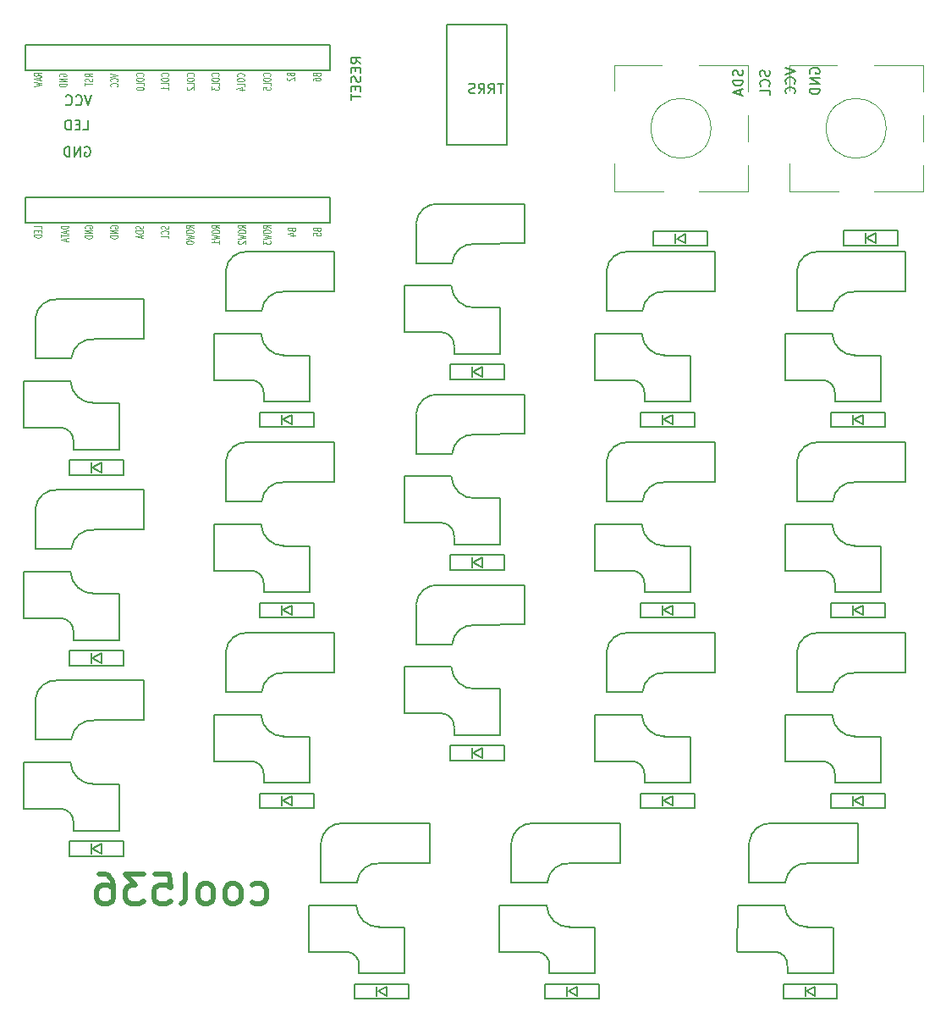
<source format=gbo>
G04 #@! TF.GenerationSoftware,KiCad,Pcbnew,(5.1.6-0-10_14)*
G04 #@! TF.CreationDate,2023-01-09T17:34:33+09:00*
G04 #@! TF.ProjectId,cool536v130,636f6f6c-3533-4367-9631-33302e6b6963,rev?*
G04 #@! TF.SameCoordinates,Original*
G04 #@! TF.FileFunction,Legend,Bot*
G04 #@! TF.FilePolarity,Positive*
%FSLAX46Y46*%
G04 Gerber Fmt 4.6, Leading zero omitted, Abs format (unit mm)*
G04 Created by KiCad (PCBNEW (5.1.6-0-10_14)) date 2023-01-09 17:34:33*
%MOMM*%
%LPD*%
G01*
G04 APERTURE LIST*
%ADD10C,0.150000*%
%ADD11C,0.500000*%
%ADD12C,0.120000*%
%ADD13C,0.125000*%
G04 APERTURE END LIST*
D10*
X120980000Y-38908095D02*
X120932380Y-38812857D01*
X120932380Y-38670000D01*
X120980000Y-38527142D01*
X121075238Y-38431904D01*
X121170476Y-38384285D01*
X121360952Y-38336666D01*
X121503809Y-38336666D01*
X121694285Y-38384285D01*
X121789523Y-38431904D01*
X121884761Y-38527142D01*
X121932380Y-38670000D01*
X121932380Y-38765238D01*
X121884761Y-38908095D01*
X121837142Y-38955714D01*
X121503809Y-38955714D01*
X121503809Y-38765238D01*
X121932380Y-39384285D02*
X120932380Y-39384285D01*
X121932380Y-39955714D01*
X120932380Y-39955714D01*
X121932380Y-40431904D02*
X120932380Y-40431904D01*
X120932380Y-40670000D01*
X120980000Y-40812857D01*
X121075238Y-40908095D01*
X121170476Y-40955714D01*
X121360952Y-41003333D01*
X121503809Y-41003333D01*
X121694285Y-40955714D01*
X121789523Y-40908095D01*
X121884761Y-40812857D01*
X121932380Y-40670000D01*
X121932380Y-40431904D01*
X118492380Y-38366666D02*
X119492380Y-38700000D01*
X118492380Y-39033333D01*
X119397142Y-39938095D02*
X119444761Y-39890476D01*
X119492380Y-39747619D01*
X119492380Y-39652380D01*
X119444761Y-39509523D01*
X119349523Y-39414285D01*
X119254285Y-39366666D01*
X119063809Y-39319047D01*
X118920952Y-39319047D01*
X118730476Y-39366666D01*
X118635238Y-39414285D01*
X118540000Y-39509523D01*
X118492380Y-39652380D01*
X118492380Y-39747619D01*
X118540000Y-39890476D01*
X118587619Y-39938095D01*
X119397142Y-40938095D02*
X119444761Y-40890476D01*
X119492380Y-40747619D01*
X119492380Y-40652380D01*
X119444761Y-40509523D01*
X119349523Y-40414285D01*
X119254285Y-40366666D01*
X119063809Y-40319047D01*
X118920952Y-40319047D01*
X118730476Y-40366666D01*
X118635238Y-40414285D01*
X118540000Y-40509523D01*
X118492380Y-40652380D01*
X118492380Y-40747619D01*
X118540000Y-40890476D01*
X118587619Y-40938095D01*
X116904761Y-38609523D02*
X116952380Y-38752380D01*
X116952380Y-38990476D01*
X116904761Y-39085714D01*
X116857142Y-39133333D01*
X116761904Y-39180952D01*
X116666666Y-39180952D01*
X116571428Y-39133333D01*
X116523809Y-39085714D01*
X116476190Y-38990476D01*
X116428571Y-38800000D01*
X116380952Y-38704761D01*
X116333333Y-38657142D01*
X116238095Y-38609523D01*
X116142857Y-38609523D01*
X116047619Y-38657142D01*
X116000000Y-38704761D01*
X115952380Y-38800000D01*
X115952380Y-39038095D01*
X116000000Y-39180952D01*
X116857142Y-40180952D02*
X116904761Y-40133333D01*
X116952380Y-39990476D01*
X116952380Y-39895238D01*
X116904761Y-39752380D01*
X116809523Y-39657142D01*
X116714285Y-39609523D01*
X116523809Y-39561904D01*
X116380952Y-39561904D01*
X116190476Y-39609523D01*
X116095238Y-39657142D01*
X116000000Y-39752380D01*
X115952380Y-39895238D01*
X115952380Y-39990476D01*
X116000000Y-40133333D01*
X116047619Y-40180952D01*
X116952380Y-41085714D02*
X116952380Y-40609523D01*
X115952380Y-40609523D01*
X114214761Y-38585714D02*
X114262380Y-38728571D01*
X114262380Y-38966666D01*
X114214761Y-39061904D01*
X114167142Y-39109523D01*
X114071904Y-39157142D01*
X113976666Y-39157142D01*
X113881428Y-39109523D01*
X113833809Y-39061904D01*
X113786190Y-38966666D01*
X113738571Y-38776190D01*
X113690952Y-38680952D01*
X113643333Y-38633333D01*
X113548095Y-38585714D01*
X113452857Y-38585714D01*
X113357619Y-38633333D01*
X113310000Y-38680952D01*
X113262380Y-38776190D01*
X113262380Y-39014285D01*
X113310000Y-39157142D01*
X114262380Y-39585714D02*
X113262380Y-39585714D01*
X113262380Y-39823809D01*
X113310000Y-39966666D01*
X113405238Y-40061904D01*
X113500476Y-40109523D01*
X113690952Y-40157142D01*
X113833809Y-40157142D01*
X114024285Y-40109523D01*
X114119523Y-40061904D01*
X114214761Y-39966666D01*
X114262380Y-39823809D01*
X114262380Y-39585714D01*
X113976666Y-40538095D02*
X113976666Y-41014285D01*
X114262380Y-40442857D02*
X113262380Y-40776190D01*
X114262380Y-41109523D01*
D11*
X65151428Y-121784285D02*
X65437142Y-121927142D01*
X66008571Y-121927142D01*
X66294285Y-121784285D01*
X66437142Y-121641428D01*
X66580000Y-121355714D01*
X66580000Y-120498571D01*
X66437142Y-120212857D01*
X66294285Y-120070000D01*
X66008571Y-119927142D01*
X65437142Y-119927142D01*
X65151428Y-120070000D01*
X63437142Y-121927142D02*
X63722857Y-121784285D01*
X63865714Y-121641428D01*
X64008571Y-121355714D01*
X64008571Y-120498571D01*
X63865714Y-120212857D01*
X63722857Y-120070000D01*
X63437142Y-119927142D01*
X63008571Y-119927142D01*
X62722857Y-120070000D01*
X62580000Y-120212857D01*
X62437142Y-120498571D01*
X62437142Y-121355714D01*
X62580000Y-121641428D01*
X62722857Y-121784285D01*
X63008571Y-121927142D01*
X63437142Y-121927142D01*
X60722857Y-121927142D02*
X61008571Y-121784285D01*
X61151428Y-121641428D01*
X61294285Y-121355714D01*
X61294285Y-120498571D01*
X61151428Y-120212857D01*
X61008571Y-120070000D01*
X60722857Y-119927142D01*
X60294285Y-119927142D01*
X60008571Y-120070000D01*
X59865714Y-120212857D01*
X59722857Y-120498571D01*
X59722857Y-121355714D01*
X59865714Y-121641428D01*
X60008571Y-121784285D01*
X60294285Y-121927142D01*
X60722857Y-121927142D01*
X58008571Y-121927142D02*
X58294285Y-121784285D01*
X58437142Y-121498571D01*
X58437142Y-118927142D01*
X55437142Y-118927142D02*
X56865714Y-118927142D01*
X57008571Y-120355714D01*
X56865714Y-120212857D01*
X56580000Y-120070000D01*
X55865714Y-120070000D01*
X55580000Y-120212857D01*
X55437142Y-120355714D01*
X55294285Y-120641428D01*
X55294285Y-121355714D01*
X55437142Y-121641428D01*
X55580000Y-121784285D01*
X55865714Y-121927142D01*
X56580000Y-121927142D01*
X56865714Y-121784285D01*
X57008571Y-121641428D01*
X54294285Y-118927142D02*
X52437142Y-118927142D01*
X53437142Y-120070000D01*
X53008571Y-120070000D01*
X52722857Y-120212857D01*
X52580000Y-120355714D01*
X52437142Y-120641428D01*
X52437142Y-121355714D01*
X52580000Y-121641428D01*
X52722857Y-121784285D01*
X53008571Y-121927142D01*
X53865714Y-121927142D01*
X54151428Y-121784285D01*
X54294285Y-121641428D01*
X49865714Y-118927142D02*
X50437142Y-118927142D01*
X50722857Y-119070000D01*
X50865714Y-119212857D01*
X51151428Y-119641428D01*
X51294285Y-120212857D01*
X51294285Y-121355714D01*
X51151428Y-121641428D01*
X51008571Y-121784285D01*
X50722857Y-121927142D01*
X50151428Y-121927142D01*
X49865714Y-121784285D01*
X49722857Y-121641428D01*
X49580000Y-121355714D01*
X49580000Y-120641428D01*
X49722857Y-120355714D01*
X49865714Y-120212857D01*
X50151428Y-120070000D01*
X50722857Y-120070000D01*
X51008571Y-120212857D01*
X51151428Y-120355714D01*
X51294285Y-120641428D01*
D10*
X81550000Y-95974000D02*
X85160000Y-95974000D01*
X81550000Y-92020000D02*
X81550000Y-95965000D01*
X92450000Y-90066000D02*
X83825000Y-90066000D01*
X92450000Y-93974000D02*
X92450000Y-90066000D01*
X92450000Y-94020000D02*
X87400000Y-94066000D01*
X89925000Y-105095000D02*
X85375000Y-105095000D01*
X89925000Y-100445000D02*
X87375000Y-100445000D01*
X85075000Y-98245000D02*
X80375000Y-98245000D01*
X84150000Y-102895000D02*
X80375000Y-102895000D01*
X89950000Y-100470000D02*
X89950000Y-105070000D01*
X80375000Y-98270000D02*
X80350000Y-102870000D01*
X85370000Y-104370000D02*
X85370000Y-105070000D01*
X81561000Y-91950000D02*
G75*
G02*
X83825000Y-90066000I2074000J-190000D01*
G01*
X85165000Y-95950000D02*
G75*
G02*
X87425000Y-94070000I2070000J-190000D01*
G01*
X85080000Y-98270000D02*
G75*
G03*
X87450000Y-100440000I2270000J100000D01*
G01*
X85370000Y-104320000D02*
G75*
G03*
X84150000Y-102900000I-1320000J100000D01*
G01*
X47270000Y-94845000D02*
X47270000Y-95545000D01*
X42275000Y-88745000D02*
X42250000Y-93345000D01*
X51850000Y-90945000D02*
X51850000Y-95545000D01*
X46050000Y-93370000D02*
X42275000Y-93370000D01*
X46975000Y-88720000D02*
X42275000Y-88720000D01*
X51825000Y-90920000D02*
X49275000Y-90920000D01*
X51825000Y-95570000D02*
X47275000Y-95570000D01*
X54350000Y-84495000D02*
X49300000Y-84541000D01*
X54350000Y-84449000D02*
X54350000Y-80541000D01*
X54350000Y-80541000D02*
X45725000Y-80541000D01*
X43450000Y-82495000D02*
X43450000Y-86440000D01*
X43450000Y-86449000D02*
X47060000Y-86449000D01*
X47270000Y-94795000D02*
G75*
G03*
X46050000Y-93375000I-1320000J100000D01*
G01*
X46980000Y-88745000D02*
G75*
G03*
X49350000Y-90915000I2270000J100000D01*
G01*
X47065000Y-86425000D02*
G75*
G02*
X49325000Y-84545000I2070000J-190000D01*
G01*
X43461000Y-82425000D02*
G75*
G02*
X45725000Y-80541000I2074000J-190000D01*
G01*
X94895000Y-128182500D02*
X94895000Y-128882500D01*
X89900000Y-122082500D02*
X89875000Y-126682500D01*
X99475000Y-124282500D02*
X99475000Y-128882500D01*
X93675000Y-126707500D02*
X89900000Y-126707500D01*
X94600000Y-122057500D02*
X89900000Y-122057500D01*
X99450000Y-124257500D02*
X96900000Y-124257500D01*
X99450000Y-128907500D02*
X94900000Y-128907500D01*
X101975000Y-117832500D02*
X96925000Y-117878500D01*
X101975000Y-117786500D02*
X101975000Y-113878500D01*
X101975000Y-113878500D02*
X93350000Y-113878500D01*
X91075000Y-115832500D02*
X91075000Y-119777500D01*
X91075000Y-119786500D02*
X94685000Y-119786500D01*
X94895000Y-128132500D02*
G75*
G03*
X93675000Y-126712500I-1320000J100000D01*
G01*
X94605000Y-122082500D02*
G75*
G03*
X96975000Y-124252500I2270000J100000D01*
G01*
X94690000Y-119762500D02*
G75*
G02*
X96950000Y-117882500I2070000J-190000D01*
G01*
X91086000Y-115762500D02*
G75*
G02*
X93350000Y-113878500I2074000J-190000D01*
G01*
X62500000Y-81686500D02*
X66110000Y-81686500D01*
X62500000Y-77732500D02*
X62500000Y-81677500D01*
X73400000Y-75778500D02*
X64775000Y-75778500D01*
X73400000Y-79686500D02*
X73400000Y-75778500D01*
X73400000Y-79732500D02*
X68350000Y-79778500D01*
X70875000Y-90807500D02*
X66325000Y-90807500D01*
X70875000Y-86157500D02*
X68325000Y-86157500D01*
X66025000Y-83957500D02*
X61325000Y-83957500D01*
X65100000Y-88607500D02*
X61325000Y-88607500D01*
X70900000Y-86182500D02*
X70900000Y-90782500D01*
X61325000Y-83982500D02*
X61300000Y-88582500D01*
X66320000Y-90082500D02*
X66320000Y-90782500D01*
X62511000Y-77662500D02*
G75*
G02*
X64775000Y-75778500I2074000J-190000D01*
G01*
X66115000Y-81662500D02*
G75*
G02*
X68375000Y-79782500I2070000J-190000D01*
G01*
X66030000Y-83982500D02*
G75*
G03*
X68400000Y-86152500I2270000J100000D01*
G01*
X66320000Y-90032500D02*
G75*
G03*
X65100000Y-88612500I-1320000J100000D01*
G01*
X71300000Y-72782499D02*
X71300000Y-74282499D01*
X65900000Y-72782499D02*
X71300000Y-72782499D01*
X65900000Y-74282499D02*
X65900000Y-72782499D01*
X71300000Y-74282499D02*
X65900000Y-74282499D01*
X68100000Y-74032499D02*
X68100000Y-73032499D01*
X69100000Y-73032499D02*
X68200000Y-73532499D01*
X69100000Y-74032499D02*
X69100000Y-73032499D01*
X68200000Y-73532499D02*
X69100000Y-74032499D01*
X123688000Y-129932500D02*
X123688000Y-131432500D01*
X118288000Y-129932500D02*
X123688000Y-129932500D01*
X118288000Y-131432500D02*
X118288000Y-129932500D01*
X123688000Y-131432500D02*
X118288000Y-131432500D01*
X120488000Y-131182500D02*
X120488000Y-130182500D01*
X121488000Y-130182500D02*
X120588000Y-130682500D01*
X121488000Y-131182500D02*
X121488000Y-130182500D01*
X120588000Y-130682500D02*
X121488000Y-131182500D01*
X110720000Y-56170000D02*
X110720000Y-54670000D01*
X105320000Y-56170000D02*
X110720000Y-56170000D01*
X105320000Y-54670000D02*
X105320000Y-56170000D01*
X110720000Y-54670000D02*
X105320000Y-54670000D01*
X107520000Y-54920000D02*
X107520000Y-55920000D01*
X108520000Y-55920000D02*
X107620000Y-55420000D01*
X108520000Y-54920000D02*
X108520000Y-55920000D01*
X107620000Y-55420000D02*
X108520000Y-54920000D01*
X128450000Y-72782499D02*
X128450000Y-74282499D01*
X123050000Y-72782499D02*
X128450000Y-72782499D01*
X123050000Y-74282499D02*
X123050000Y-72782499D01*
X128450000Y-74282499D02*
X123050000Y-74282499D01*
X125250000Y-74032499D02*
X125250000Y-73032499D01*
X126250000Y-73032499D02*
X125350000Y-73532499D01*
X126250000Y-74032499D02*
X126250000Y-73032499D01*
X125350000Y-73532499D02*
X126250000Y-74032499D01*
X84600000Y-34070000D02*
X90600000Y-34070000D01*
X90600000Y-34070000D02*
X90600000Y-46070000D01*
X90600000Y-46070000D02*
X84600000Y-46070000D01*
X84600000Y-46070000D02*
X84600000Y-34070000D01*
X66320000Y-109132500D02*
X66320000Y-109832500D01*
X61325000Y-103032500D02*
X61300000Y-107632500D01*
X70900000Y-105232500D02*
X70900000Y-109832500D01*
X65100000Y-107657500D02*
X61325000Y-107657500D01*
X66025000Y-103007500D02*
X61325000Y-103007500D01*
X70875000Y-105207500D02*
X68325000Y-105207500D01*
X70875000Y-109857500D02*
X66325000Y-109857500D01*
X73400000Y-98782500D02*
X68350000Y-98828500D01*
X73400000Y-98736500D02*
X73400000Y-94828500D01*
X73400000Y-94828500D02*
X64775000Y-94828500D01*
X62500000Y-96782500D02*
X62500000Y-100727500D01*
X62500000Y-100736500D02*
X66110000Y-100736500D01*
X66320000Y-109082500D02*
G75*
G03*
X65100000Y-107662500I-1320000J100000D01*
G01*
X66030000Y-103032500D02*
G75*
G03*
X68400000Y-105202500I2270000J100000D01*
G01*
X66115000Y-100712500D02*
G75*
G02*
X68375000Y-98832500I2070000J-190000D01*
G01*
X62511000Y-96712500D02*
G75*
G02*
X64775000Y-94828500I2074000J-190000D01*
G01*
X100600000Y-100736500D02*
X104210000Y-100736500D01*
X100600000Y-96782500D02*
X100600000Y-100727500D01*
X111500000Y-94828500D02*
X102875000Y-94828500D01*
X111500000Y-98736500D02*
X111500000Y-94828500D01*
X111500000Y-98782500D02*
X106450000Y-98828500D01*
X108975000Y-109857500D02*
X104425000Y-109857500D01*
X108975000Y-105207500D02*
X106425000Y-105207500D01*
X104125000Y-103007500D02*
X99425000Y-103007500D01*
X103200000Y-107657500D02*
X99425000Y-107657500D01*
X109000000Y-105232500D02*
X109000000Y-109832500D01*
X99425000Y-103032500D02*
X99400000Y-107632500D01*
X104420000Y-109132500D02*
X104420000Y-109832500D01*
X100611000Y-96712500D02*
G75*
G02*
X102875000Y-94828500I2074000J-190000D01*
G01*
X104215000Y-100712500D02*
G75*
G02*
X106475000Y-98832500I2070000J-190000D01*
G01*
X104130000Y-103032500D02*
G75*
G03*
X106500000Y-105202500I2270000J100000D01*
G01*
X104420000Y-109082500D02*
G75*
G03*
X103200000Y-107662500I-1320000J100000D01*
G01*
X72902000Y-53870000D02*
X42422000Y-53870000D01*
X72902000Y-51330000D02*
X72902000Y-53870000D01*
X42422000Y-51330000D02*
X72902000Y-51330000D01*
X42422000Y-53870000D02*
X42422000Y-51330000D01*
X72902000Y-38630000D02*
X42422000Y-38630000D01*
X72902000Y-36090000D02*
X72902000Y-38630000D01*
X42422000Y-36090000D02*
X72902000Y-36090000D01*
X42422000Y-38630000D02*
X42422000Y-36090000D01*
X52250000Y-77545000D02*
X52250000Y-79045000D01*
X46850000Y-77545000D02*
X52250000Y-77545000D01*
X46850000Y-79045000D02*
X46850000Y-77545000D01*
X52250000Y-79045000D02*
X46850000Y-79045000D01*
X49050000Y-78795000D02*
X49050000Y-77795000D01*
X50050000Y-77795000D02*
X49150000Y-78295000D01*
X50050000Y-78795000D02*
X50050000Y-77795000D01*
X49150000Y-78295000D02*
X50050000Y-78795000D01*
X114888000Y-119786500D02*
X118498000Y-119786500D01*
X114888000Y-115832500D02*
X114888000Y-119777500D01*
X125788000Y-113878500D02*
X117163000Y-113878500D01*
X125788000Y-117786500D02*
X125788000Y-113878500D01*
X125788000Y-117832500D02*
X120738000Y-117878500D01*
X123263000Y-128907500D02*
X118713000Y-128907500D01*
X123263000Y-124257500D02*
X120713000Y-124257500D01*
X118413000Y-122057500D02*
X113713000Y-122057500D01*
X117488000Y-126707500D02*
X113713000Y-126707500D01*
X123288000Y-124282500D02*
X123288000Y-128882500D01*
X113713000Y-122082500D02*
X113688000Y-126682500D01*
X118708000Y-128182500D02*
X118708000Y-128882500D01*
X114899000Y-115762500D02*
G75*
G02*
X117163000Y-113878500I2074000J-190000D01*
G01*
X118503000Y-119762500D02*
G75*
G02*
X120763000Y-117882500I2070000J-190000D01*
G01*
X118418000Y-122082500D02*
G75*
G03*
X120788000Y-124252500I2270000J100000D01*
G01*
X118708000Y-128132500D02*
G75*
G03*
X117488000Y-126712500I-1320000J100000D01*
G01*
X119650000Y-62636499D02*
X123260000Y-62636499D01*
X119650000Y-58682499D02*
X119650000Y-62627499D01*
X130550000Y-56728499D02*
X121925000Y-56728499D01*
X130550000Y-60636499D02*
X130550000Y-56728499D01*
X130550000Y-60682499D02*
X125500000Y-60728499D01*
X128025000Y-71757499D02*
X123475000Y-71757499D01*
X128025000Y-67107499D02*
X125475000Y-67107499D01*
X123175000Y-64907499D02*
X118475000Y-64907499D01*
X122250000Y-69557499D02*
X118475000Y-69557499D01*
X128050000Y-67132499D02*
X128050000Y-71732499D01*
X118475000Y-64932499D02*
X118450000Y-69532499D01*
X123470000Y-71032499D02*
X123470000Y-71732499D01*
X119661000Y-58612499D02*
G75*
G02*
X121925000Y-56728499I2074000J-190000D01*
G01*
X123265000Y-62612499D02*
G75*
G02*
X125525000Y-60732499I2070000J-190000D01*
G01*
X123180000Y-64932499D02*
G75*
G03*
X125550000Y-67102499I2270000J100000D01*
G01*
X123470000Y-70982499D02*
G75*
G03*
X122250000Y-69562499I-1320000J100000D01*
G01*
D12*
X114760000Y-43110000D02*
X114760000Y-45710000D01*
X114760000Y-50710000D02*
X109860000Y-50710000D01*
X114760000Y-48110000D02*
X114760000Y-50710000D01*
X114760000Y-38110000D02*
X114760000Y-40710000D01*
X109860000Y-38110000D02*
X114760000Y-38110000D01*
X106160000Y-38110000D02*
X101360000Y-38110000D01*
X101360000Y-38110000D02*
X101360000Y-40610000D01*
X111060000Y-44410000D02*
G75*
G03*
X111060000Y-44410000I-3000000J0D01*
G01*
X106260000Y-50710000D02*
X101360000Y-50710000D01*
X101360000Y-50710000D02*
X101360000Y-47910000D01*
D10*
X104420000Y-71032499D02*
X104420000Y-71732499D01*
X99425000Y-64932499D02*
X99400000Y-69532499D01*
X109000000Y-67132499D02*
X109000000Y-71732499D01*
X103200000Y-69557499D02*
X99425000Y-69557499D01*
X104125000Y-64907499D02*
X99425000Y-64907499D01*
X108975000Y-67107499D02*
X106425000Y-67107499D01*
X108975000Y-71757499D02*
X104425000Y-71757499D01*
X111500000Y-60682499D02*
X106450000Y-60728499D01*
X111500000Y-60636499D02*
X111500000Y-56728499D01*
X111500000Y-56728499D02*
X102875000Y-56728499D01*
X100600000Y-58682499D02*
X100600000Y-62627499D01*
X100600000Y-62636499D02*
X104210000Y-62636499D01*
X104420000Y-70982499D02*
G75*
G03*
X103200000Y-69562499I-1320000J100000D01*
G01*
X104130000Y-64932499D02*
G75*
G03*
X106500000Y-67102499I2270000J100000D01*
G01*
X104215000Y-62612499D02*
G75*
G02*
X106475000Y-60732499I2070000J-190000D01*
G01*
X100611000Y-58612499D02*
G75*
G02*
X102875000Y-56728499I2074000J-190000D01*
G01*
X47270000Y-75795000D02*
X47270000Y-76495000D01*
X42275000Y-69695000D02*
X42250000Y-74295000D01*
X51850000Y-71895000D02*
X51850000Y-76495000D01*
X46050000Y-74320000D02*
X42275000Y-74320000D01*
X46975000Y-69670000D02*
X42275000Y-69670000D01*
X51825000Y-71870000D02*
X49275000Y-71870000D01*
X51825000Y-76520000D02*
X47275000Y-76520000D01*
X54350000Y-65445000D02*
X49300000Y-65491000D01*
X54350000Y-65399000D02*
X54350000Y-61491000D01*
X54350000Y-61491000D02*
X45725000Y-61491000D01*
X43450000Y-63445000D02*
X43450000Y-67390000D01*
X43450000Y-67399000D02*
X47060000Y-67399000D01*
X47270000Y-75745000D02*
G75*
G03*
X46050000Y-74325000I-1320000J100000D01*
G01*
X46980000Y-69695000D02*
G75*
G03*
X49350000Y-71865000I2270000J100000D01*
G01*
X47065000Y-67375000D02*
G75*
G02*
X49325000Y-65495000I2070000J-190000D01*
G01*
X43461000Y-63375000D02*
G75*
G02*
X45725000Y-61491000I2074000J-190000D01*
G01*
X99875000Y-129932500D02*
X99875000Y-131432500D01*
X94475000Y-129932500D02*
X99875000Y-129932500D01*
X94475000Y-131432500D02*
X94475000Y-129932500D01*
X99875000Y-131432500D02*
X94475000Y-131432500D01*
X96675000Y-131182500D02*
X96675000Y-130182500D01*
X97675000Y-130182500D02*
X96775000Y-130682500D01*
X97675000Y-131182500D02*
X97675000Y-130182500D01*
X96775000Y-130682500D02*
X97675000Y-131182500D01*
X100600000Y-81686500D02*
X104210000Y-81686500D01*
X100600000Y-77732500D02*
X100600000Y-81677500D01*
X111500000Y-75778500D02*
X102875000Y-75778500D01*
X111500000Y-79686500D02*
X111500000Y-75778500D01*
X111500000Y-79732500D02*
X106450000Y-79778500D01*
X108975000Y-90807500D02*
X104425000Y-90807500D01*
X108975000Y-86157500D02*
X106425000Y-86157500D01*
X104125000Y-83957500D02*
X99425000Y-83957500D01*
X103200000Y-88607500D02*
X99425000Y-88607500D01*
X109000000Y-86182500D02*
X109000000Y-90782500D01*
X99425000Y-83982500D02*
X99400000Y-88582500D01*
X104420000Y-90082500D02*
X104420000Y-90782500D01*
X100611000Y-77662500D02*
G75*
G02*
X102875000Y-75778500I2074000J-190000D01*
G01*
X104215000Y-81662500D02*
G75*
G02*
X106475000Y-79782500I2070000J-190000D01*
G01*
X104130000Y-83982500D02*
G75*
G03*
X106500000Y-86152500I2270000J100000D01*
G01*
X104420000Y-90032500D02*
G75*
G03*
X103200000Y-88612500I-1320000J100000D01*
G01*
X90350000Y-87070000D02*
X90350000Y-88570000D01*
X84950000Y-87070000D02*
X90350000Y-87070000D01*
X84950000Y-88570000D02*
X84950000Y-87070000D01*
X90350000Y-88570000D02*
X84950000Y-88570000D01*
X87150000Y-88320000D02*
X87150000Y-87320000D01*
X88150000Y-87320000D02*
X87250000Y-87820000D01*
X88150000Y-88320000D02*
X88150000Y-87320000D01*
X87250000Y-87820000D02*
X88150000Y-88320000D01*
X80825000Y-129932500D02*
X80825000Y-131432500D01*
X75425000Y-129932500D02*
X80825000Y-129932500D01*
X75425000Y-131432500D02*
X75425000Y-129932500D01*
X80825000Y-131432500D02*
X75425000Y-131432500D01*
X77625000Y-131182500D02*
X77625000Y-130182500D01*
X78625000Y-130182500D02*
X77725000Y-130682500D01*
X78625000Y-131182500D02*
X78625000Y-130182500D01*
X77725000Y-130682500D02*
X78625000Y-131182500D01*
X66320000Y-71032499D02*
X66320000Y-71732499D01*
X61325000Y-64932499D02*
X61300000Y-69532499D01*
X70900000Y-67132499D02*
X70900000Y-71732499D01*
X65100000Y-69557499D02*
X61325000Y-69557499D01*
X66025000Y-64907499D02*
X61325000Y-64907499D01*
X70875000Y-67107499D02*
X68325000Y-67107499D01*
X70875000Y-71757499D02*
X66325000Y-71757499D01*
X73400000Y-60682499D02*
X68350000Y-60728499D01*
X73400000Y-60636499D02*
X73400000Y-56728499D01*
X73400000Y-56728499D02*
X64775000Y-56728499D01*
X62500000Y-58682499D02*
X62500000Y-62627499D01*
X62500000Y-62636499D02*
X66110000Y-62636499D01*
X66320000Y-70982499D02*
G75*
G03*
X65100000Y-69562499I-1320000J100000D01*
G01*
X66030000Y-64932499D02*
G75*
G03*
X68400000Y-67102499I2270000J100000D01*
G01*
X66115000Y-62612499D02*
G75*
G02*
X68375000Y-60732499I2070000J-190000D01*
G01*
X62511000Y-58612499D02*
G75*
G02*
X64775000Y-56728499I2074000J-190000D01*
G01*
X43450000Y-105499000D02*
X47060000Y-105499000D01*
X43450000Y-101545000D02*
X43450000Y-105490000D01*
X54350000Y-99591000D02*
X45725000Y-99591000D01*
X54350000Y-103499000D02*
X54350000Y-99591000D01*
X54350000Y-103545000D02*
X49300000Y-103591000D01*
X51825000Y-114620000D02*
X47275000Y-114620000D01*
X51825000Y-109970000D02*
X49275000Y-109970000D01*
X46975000Y-107770000D02*
X42275000Y-107770000D01*
X46050000Y-112420000D02*
X42275000Y-112420000D01*
X51850000Y-109995000D02*
X51850000Y-114595000D01*
X42275000Y-107795000D02*
X42250000Y-112395000D01*
X47270000Y-113895000D02*
X47270000Y-114595000D01*
X43461000Y-101475000D02*
G75*
G02*
X45725000Y-99591000I2074000J-190000D01*
G01*
X47065000Y-105475000D02*
G75*
G02*
X49325000Y-103595000I2070000J-190000D01*
G01*
X46980000Y-107795000D02*
G75*
G03*
X49350000Y-109965000I2270000J100000D01*
G01*
X47270000Y-113845000D02*
G75*
G03*
X46050000Y-112425000I-1320000J100000D01*
G01*
X128450000Y-110882500D02*
X128450000Y-112382500D01*
X123050000Y-110882500D02*
X128450000Y-110882500D01*
X123050000Y-112382500D02*
X123050000Y-110882500D01*
X128450000Y-112382500D02*
X123050000Y-112382500D01*
X125250000Y-112132500D02*
X125250000Y-111132500D01*
X126250000Y-111132500D02*
X125350000Y-111632500D01*
X126250000Y-112132500D02*
X126250000Y-111132500D01*
X125350000Y-111632500D02*
X126250000Y-112132500D01*
X81550000Y-76924000D02*
X85160000Y-76924000D01*
X81550000Y-72970000D02*
X81550000Y-76915000D01*
X92450000Y-71016000D02*
X83825000Y-71016000D01*
X92450000Y-74924000D02*
X92450000Y-71016000D01*
X92450000Y-74970000D02*
X87400000Y-75016000D01*
X89925000Y-86045000D02*
X85375000Y-86045000D01*
X89925000Y-81395000D02*
X87375000Y-81395000D01*
X85075000Y-79195000D02*
X80375000Y-79195000D01*
X84150000Y-83845000D02*
X80375000Y-83845000D01*
X89950000Y-81420000D02*
X89950000Y-86020000D01*
X80375000Y-79220000D02*
X80350000Y-83820000D01*
X85370000Y-85320000D02*
X85370000Y-86020000D01*
X81561000Y-72900000D02*
G75*
G02*
X83825000Y-71016000I2074000J-190000D01*
G01*
X85165000Y-76900000D02*
G75*
G02*
X87425000Y-75020000I2070000J-190000D01*
G01*
X85080000Y-79220000D02*
G75*
G03*
X87450000Y-81390000I2270000J100000D01*
G01*
X85370000Y-85270000D02*
G75*
G03*
X84150000Y-83850000I-1320000J100000D01*
G01*
X109400000Y-110882500D02*
X109400000Y-112382500D01*
X104000000Y-110882500D02*
X109400000Y-110882500D01*
X104000000Y-112382500D02*
X104000000Y-110882500D01*
X109400000Y-112382500D02*
X104000000Y-112382500D01*
X106200000Y-112132500D02*
X106200000Y-111132500D01*
X107200000Y-111132500D02*
X106300000Y-111632500D01*
X107200000Y-112132500D02*
X107200000Y-111132500D01*
X106300000Y-111632500D02*
X107200000Y-112132500D01*
D12*
X118890000Y-50710000D02*
X118890000Y-47910000D01*
X123790000Y-50710000D02*
X118890000Y-50710000D01*
X132290000Y-50710000D02*
X127390000Y-50710000D01*
X132290000Y-48110000D02*
X132290000Y-50710000D01*
X132290000Y-43110000D02*
X132290000Y-45710000D01*
X132290000Y-38110000D02*
X132290000Y-40710000D01*
X127390000Y-38110000D02*
X132290000Y-38110000D01*
X123690000Y-38110000D02*
X118890000Y-38110000D01*
X118890000Y-38110000D02*
X118890000Y-40610000D01*
X128590000Y-44410000D02*
G75*
G03*
X128590000Y-44410000I-3000000J0D01*
G01*
D10*
X119650000Y-81686500D02*
X123260000Y-81686500D01*
X119650000Y-77732500D02*
X119650000Y-81677500D01*
X130550000Y-75778500D02*
X121925000Y-75778500D01*
X130550000Y-79686500D02*
X130550000Y-75778500D01*
X130550000Y-79732500D02*
X125500000Y-79778500D01*
X128025000Y-90807500D02*
X123475000Y-90807500D01*
X128025000Y-86157500D02*
X125475000Y-86157500D01*
X123175000Y-83957500D02*
X118475000Y-83957500D01*
X122250000Y-88607500D02*
X118475000Y-88607500D01*
X128050000Y-86182500D02*
X128050000Y-90782500D01*
X118475000Y-83982500D02*
X118450000Y-88582500D01*
X123470000Y-90082500D02*
X123470000Y-90782500D01*
X119661000Y-77662500D02*
G75*
G02*
X121925000Y-75778500I2074000J-190000D01*
G01*
X123265000Y-81662500D02*
G75*
G02*
X125525000Y-79782500I2070000J-190000D01*
G01*
X123180000Y-83982500D02*
G75*
G03*
X125550000Y-86152500I2270000J100000D01*
G01*
X123470000Y-90032500D02*
G75*
G03*
X122250000Y-88612500I-1320000J100000D01*
G01*
X71300000Y-91832500D02*
X71300000Y-93332500D01*
X65900000Y-91832500D02*
X71300000Y-91832500D01*
X65900000Y-93332500D02*
X65900000Y-91832500D01*
X71300000Y-93332500D02*
X65900000Y-93332500D01*
X68100000Y-93082500D02*
X68100000Y-92082500D01*
X69100000Y-92082500D02*
X68200000Y-92582500D01*
X69100000Y-93082500D02*
X69100000Y-92082500D01*
X68200000Y-92582500D02*
X69100000Y-93082500D01*
X75845000Y-128182500D02*
X75845000Y-128882500D01*
X70850000Y-122082500D02*
X70825000Y-126682500D01*
X80425000Y-124282500D02*
X80425000Y-128882500D01*
X74625000Y-126707500D02*
X70850000Y-126707500D01*
X75550000Y-122057500D02*
X70850000Y-122057500D01*
X80400000Y-124257500D02*
X77850000Y-124257500D01*
X80400000Y-128907500D02*
X75850000Y-128907500D01*
X82925000Y-117832500D02*
X77875000Y-117878500D01*
X82925000Y-117786500D02*
X82925000Y-113878500D01*
X82925000Y-113878500D02*
X74300000Y-113878500D01*
X72025000Y-115832500D02*
X72025000Y-119777500D01*
X72025000Y-119786500D02*
X75635000Y-119786500D01*
X75845000Y-128132500D02*
G75*
G03*
X74625000Y-126712500I-1320000J100000D01*
G01*
X75555000Y-122082500D02*
G75*
G03*
X77925000Y-124252500I2270000J100000D01*
G01*
X75640000Y-119762500D02*
G75*
G02*
X77900000Y-117882500I2070000J-190000D01*
G01*
X72036000Y-115762500D02*
G75*
G02*
X74300000Y-113878500I2074000J-190000D01*
G01*
X119650000Y-100736500D02*
X123260000Y-100736500D01*
X119650000Y-96782500D02*
X119650000Y-100727500D01*
X130550000Y-94828500D02*
X121925000Y-94828500D01*
X130550000Y-98736500D02*
X130550000Y-94828500D01*
X130550000Y-98782500D02*
X125500000Y-98828500D01*
X128025000Y-109857500D02*
X123475000Y-109857500D01*
X128025000Y-105207500D02*
X125475000Y-105207500D01*
X123175000Y-103007500D02*
X118475000Y-103007500D01*
X122250000Y-107657500D02*
X118475000Y-107657500D01*
X128050000Y-105232500D02*
X128050000Y-109832500D01*
X118475000Y-103032500D02*
X118450000Y-107632500D01*
X123470000Y-109132500D02*
X123470000Y-109832500D01*
X119661000Y-96712500D02*
G75*
G02*
X121925000Y-94828500I2074000J-190000D01*
G01*
X123265000Y-100712500D02*
G75*
G02*
X125525000Y-98832500I2070000J-190000D01*
G01*
X123180000Y-103032500D02*
G75*
G03*
X125550000Y-105202500I2270000J100000D01*
G01*
X123470000Y-109082500D02*
G75*
G03*
X122250000Y-107662500I-1320000J100000D01*
G01*
X52250000Y-115645000D02*
X52250000Y-117145000D01*
X46850000Y-115645000D02*
X52250000Y-115645000D01*
X46850000Y-117145000D02*
X46850000Y-115645000D01*
X52250000Y-117145000D02*
X46850000Y-117145000D01*
X49050000Y-116895000D02*
X49050000Y-115895000D01*
X50050000Y-115895000D02*
X49150000Y-116395000D01*
X50050000Y-116895000D02*
X50050000Y-115895000D01*
X49150000Y-116395000D02*
X50050000Y-116895000D01*
X90350000Y-68020000D02*
X90350000Y-69520000D01*
X84950000Y-68020000D02*
X90350000Y-68020000D01*
X84950000Y-69520000D02*
X84950000Y-68020000D01*
X90350000Y-69520000D02*
X84950000Y-69520000D01*
X87150000Y-69270000D02*
X87150000Y-68270000D01*
X88150000Y-68270000D02*
X87250000Y-68770000D01*
X88150000Y-69270000D02*
X88150000Y-68270000D01*
X87250000Y-68770000D02*
X88150000Y-69270000D01*
X109400000Y-72782499D02*
X109400000Y-74282499D01*
X104000000Y-72782499D02*
X109400000Y-72782499D01*
X104000000Y-74282499D02*
X104000000Y-72782499D01*
X109400000Y-74282499D02*
X104000000Y-74282499D01*
X106200000Y-74032499D02*
X106200000Y-73032499D01*
X107200000Y-73032499D02*
X106300000Y-73532499D01*
X107200000Y-74032499D02*
X107200000Y-73032499D01*
X106300000Y-73532499D02*
X107200000Y-74032499D01*
X52250000Y-96595000D02*
X52250000Y-98095000D01*
X46850000Y-96595000D02*
X52250000Y-96595000D01*
X46850000Y-98095000D02*
X46850000Y-96595000D01*
X52250000Y-98095000D02*
X46850000Y-98095000D01*
X49050000Y-97845000D02*
X49050000Y-96845000D01*
X50050000Y-96845000D02*
X49150000Y-97345000D01*
X50050000Y-97845000D02*
X50050000Y-96845000D01*
X49150000Y-97345000D02*
X50050000Y-97845000D01*
X71300000Y-110882500D02*
X71300000Y-112382500D01*
X65900000Y-110882500D02*
X71300000Y-110882500D01*
X65900000Y-112382500D02*
X65900000Y-110882500D01*
X71300000Y-112382500D02*
X65900000Y-112382500D01*
X68100000Y-112132500D02*
X68100000Y-111132500D01*
X69100000Y-111132500D02*
X68200000Y-111632500D01*
X69100000Y-112132500D02*
X69100000Y-111132500D01*
X68200000Y-111632500D02*
X69100000Y-112132500D01*
X90350000Y-106120000D02*
X90350000Y-107620000D01*
X84950000Y-106120000D02*
X90350000Y-106120000D01*
X84950000Y-107620000D02*
X84950000Y-106120000D01*
X90350000Y-107620000D02*
X84950000Y-107620000D01*
X87150000Y-107370000D02*
X87150000Y-106370000D01*
X88150000Y-106370000D02*
X87250000Y-106870000D01*
X88150000Y-107370000D02*
X88150000Y-106370000D01*
X87250000Y-106870000D02*
X88150000Y-107370000D01*
X85370000Y-66270000D02*
X85370000Y-66970000D01*
X80375000Y-60170000D02*
X80350000Y-64770000D01*
X89950000Y-62370000D02*
X89950000Y-66970000D01*
X84150000Y-64795000D02*
X80375000Y-64795000D01*
X85075000Y-60145000D02*
X80375000Y-60145000D01*
X89925000Y-62345000D02*
X87375000Y-62345000D01*
X89925000Y-66995000D02*
X85375000Y-66995000D01*
X92450000Y-55920000D02*
X87400000Y-55966000D01*
X92450000Y-55874000D02*
X92450000Y-51966000D01*
X92450000Y-51966000D02*
X83825000Y-51966000D01*
X81550000Y-53920000D02*
X81550000Y-57865000D01*
X81550000Y-57874000D02*
X85160000Y-57874000D01*
X85370000Y-66220000D02*
G75*
G03*
X84150000Y-64800000I-1320000J100000D01*
G01*
X85080000Y-60170000D02*
G75*
G03*
X87450000Y-62340000I2270000J100000D01*
G01*
X85165000Y-57850000D02*
G75*
G02*
X87425000Y-55970000I2070000J-190000D01*
G01*
X81561000Y-53850000D02*
G75*
G02*
X83825000Y-51966000I2074000J-190000D01*
G01*
X109400000Y-91832500D02*
X109400000Y-93332500D01*
X104000000Y-91832500D02*
X109400000Y-91832500D01*
X104000000Y-93332500D02*
X104000000Y-91832500D01*
X109400000Y-93332500D02*
X104000000Y-93332500D01*
X106200000Y-93082500D02*
X106200000Y-92082500D01*
X107200000Y-92082500D02*
X106300000Y-92582500D01*
X107200000Y-93082500D02*
X107200000Y-92082500D01*
X106300000Y-92582500D02*
X107200000Y-93082500D01*
X128450000Y-91832500D02*
X128450000Y-93332500D01*
X123050000Y-91832500D02*
X128450000Y-91832500D01*
X123050000Y-93332500D02*
X123050000Y-91832500D01*
X128450000Y-93332500D02*
X123050000Y-93332500D01*
X125250000Y-93082500D02*
X125250000Y-92082500D01*
X126250000Y-92082500D02*
X125350000Y-92582500D01*
X126250000Y-93082500D02*
X126250000Y-92082500D01*
X125350000Y-92582500D02*
X126250000Y-93082500D01*
X129760000Y-56150000D02*
X129760000Y-54650000D01*
X124360000Y-56150000D02*
X129760000Y-56150000D01*
X124360000Y-54650000D02*
X124360000Y-56150000D01*
X129760000Y-54650000D02*
X124360000Y-54650000D01*
X126560000Y-54900000D02*
X126560000Y-55900000D01*
X127560000Y-55900000D02*
X126660000Y-55400000D01*
X127560000Y-54900000D02*
X127560000Y-55900000D01*
X126660000Y-55400000D02*
X127560000Y-54900000D01*
X76022380Y-37937619D02*
X75546190Y-37604285D01*
X76022380Y-37366190D02*
X75022380Y-37366190D01*
X75022380Y-37747142D01*
X75070000Y-37842380D01*
X75117619Y-37890000D01*
X75212857Y-37937619D01*
X75355714Y-37937619D01*
X75450952Y-37890000D01*
X75498571Y-37842380D01*
X75546190Y-37747142D01*
X75546190Y-37366190D01*
X75498571Y-38366190D02*
X75498571Y-38699523D01*
X76022380Y-38842380D02*
X76022380Y-38366190D01*
X75022380Y-38366190D01*
X75022380Y-38842380D01*
X75974761Y-39223333D02*
X76022380Y-39366190D01*
X76022380Y-39604285D01*
X75974761Y-39699523D01*
X75927142Y-39747142D01*
X75831904Y-39794761D01*
X75736666Y-39794761D01*
X75641428Y-39747142D01*
X75593809Y-39699523D01*
X75546190Y-39604285D01*
X75498571Y-39413809D01*
X75450952Y-39318571D01*
X75403333Y-39270952D01*
X75308095Y-39223333D01*
X75212857Y-39223333D01*
X75117619Y-39270952D01*
X75070000Y-39318571D01*
X75022380Y-39413809D01*
X75022380Y-39651904D01*
X75070000Y-39794761D01*
X75498571Y-40223333D02*
X75498571Y-40556666D01*
X76022380Y-40699523D02*
X76022380Y-40223333D01*
X75022380Y-40223333D01*
X75022380Y-40699523D01*
X75022380Y-40985238D02*
X75022380Y-41556666D01*
X76022380Y-41270952D02*
X75022380Y-41270952D01*
X90286404Y-39935880D02*
X89714976Y-39935880D01*
X90000690Y-40935880D02*
X90000690Y-39935880D01*
X88810214Y-40935880D02*
X89143547Y-40459690D01*
X89381642Y-40935880D02*
X89381642Y-39935880D01*
X89000690Y-39935880D01*
X88905452Y-39983500D01*
X88857833Y-40031119D01*
X88810214Y-40126357D01*
X88810214Y-40269214D01*
X88857833Y-40364452D01*
X88905452Y-40412071D01*
X89000690Y-40459690D01*
X89381642Y-40459690D01*
X87810214Y-40935880D02*
X88143547Y-40459690D01*
X88381642Y-40935880D02*
X88381642Y-39935880D01*
X88000690Y-39935880D01*
X87905452Y-39983500D01*
X87857833Y-40031119D01*
X87810214Y-40126357D01*
X87810214Y-40269214D01*
X87857833Y-40364452D01*
X87905452Y-40412071D01*
X88000690Y-40459690D01*
X88381642Y-40459690D01*
X87429261Y-40888261D02*
X87286404Y-40935880D01*
X87048309Y-40935880D01*
X86953071Y-40888261D01*
X86905452Y-40840642D01*
X86857833Y-40745404D01*
X86857833Y-40650166D01*
X86905452Y-40554928D01*
X86953071Y-40507309D01*
X87048309Y-40459690D01*
X87238785Y-40412071D01*
X87334023Y-40364452D01*
X87381642Y-40316833D01*
X87429261Y-40221595D01*
X87429261Y-40126357D01*
X87381642Y-40031119D01*
X87334023Y-39983500D01*
X87238785Y-39935880D01*
X87000690Y-39935880D01*
X86857833Y-39983500D01*
D13*
X61874785Y-54379047D02*
X61517642Y-54212380D01*
X61874785Y-54093333D02*
X61124785Y-54093333D01*
X61124785Y-54283809D01*
X61160500Y-54331428D01*
X61196214Y-54355238D01*
X61267642Y-54379047D01*
X61374785Y-54379047D01*
X61446214Y-54355238D01*
X61481928Y-54331428D01*
X61517642Y-54283809D01*
X61517642Y-54093333D01*
X61124785Y-54688571D02*
X61124785Y-54783809D01*
X61160500Y-54831428D01*
X61231928Y-54879047D01*
X61374785Y-54902857D01*
X61624785Y-54902857D01*
X61767642Y-54879047D01*
X61839071Y-54831428D01*
X61874785Y-54783809D01*
X61874785Y-54688571D01*
X61839071Y-54640952D01*
X61767642Y-54593333D01*
X61624785Y-54569523D01*
X61374785Y-54569523D01*
X61231928Y-54593333D01*
X61160500Y-54640952D01*
X61124785Y-54688571D01*
X61124785Y-55069523D02*
X61874785Y-55188571D01*
X61339071Y-55283809D01*
X61874785Y-55379047D01*
X61124785Y-55498095D01*
X61874785Y-55950476D02*
X61874785Y-55664761D01*
X61874785Y-55807619D02*
X61124785Y-55807619D01*
X61231928Y-55760000D01*
X61303357Y-55712380D01*
X61339071Y-55664761D01*
X64279857Y-39212380D02*
X64315571Y-39188571D01*
X64351285Y-39117142D01*
X64351285Y-39069523D01*
X64315571Y-38998095D01*
X64244142Y-38950476D01*
X64172714Y-38926666D01*
X64029857Y-38902857D01*
X63922714Y-38902857D01*
X63779857Y-38926666D01*
X63708428Y-38950476D01*
X63637000Y-38998095D01*
X63601285Y-39069523D01*
X63601285Y-39117142D01*
X63637000Y-39188571D01*
X63672714Y-39212380D01*
X63601285Y-39521904D02*
X63601285Y-39617142D01*
X63637000Y-39664761D01*
X63708428Y-39712380D01*
X63851285Y-39736190D01*
X64101285Y-39736190D01*
X64244142Y-39712380D01*
X64315571Y-39664761D01*
X64351285Y-39617142D01*
X64351285Y-39521904D01*
X64315571Y-39474285D01*
X64244142Y-39426666D01*
X64101285Y-39402857D01*
X63851285Y-39402857D01*
X63708428Y-39426666D01*
X63637000Y-39474285D01*
X63601285Y-39521904D01*
X64351285Y-40188571D02*
X64351285Y-39950476D01*
X63601285Y-39950476D01*
X63851285Y-40569523D02*
X64351285Y-40569523D01*
X63565571Y-40450476D02*
X64101285Y-40331428D01*
X64101285Y-40640952D01*
X64478285Y-54379047D02*
X64121142Y-54212380D01*
X64478285Y-54093333D02*
X63728285Y-54093333D01*
X63728285Y-54283809D01*
X63764000Y-54331428D01*
X63799714Y-54355238D01*
X63871142Y-54379047D01*
X63978285Y-54379047D01*
X64049714Y-54355238D01*
X64085428Y-54331428D01*
X64121142Y-54283809D01*
X64121142Y-54093333D01*
X63728285Y-54688571D02*
X63728285Y-54783809D01*
X63764000Y-54831428D01*
X63835428Y-54879047D01*
X63978285Y-54902857D01*
X64228285Y-54902857D01*
X64371142Y-54879047D01*
X64442571Y-54831428D01*
X64478285Y-54783809D01*
X64478285Y-54688571D01*
X64442571Y-54640952D01*
X64371142Y-54593333D01*
X64228285Y-54569523D01*
X63978285Y-54569523D01*
X63835428Y-54593333D01*
X63764000Y-54640952D01*
X63728285Y-54688571D01*
X63728285Y-55069523D02*
X64478285Y-55188571D01*
X63942571Y-55283809D01*
X64478285Y-55379047D01*
X63728285Y-55498095D01*
X63799714Y-55664761D02*
X63764000Y-55688571D01*
X63728285Y-55736190D01*
X63728285Y-55855238D01*
X63764000Y-55902857D01*
X63799714Y-55926666D01*
X63871142Y-55950476D01*
X63942571Y-55950476D01*
X64049714Y-55926666D01*
X64478285Y-55640952D01*
X64478285Y-55950476D01*
X66917857Y-39162380D02*
X66953571Y-39138571D01*
X66989285Y-39067142D01*
X66989285Y-39019523D01*
X66953571Y-38948095D01*
X66882142Y-38900476D01*
X66810714Y-38876666D01*
X66667857Y-38852857D01*
X66560714Y-38852857D01*
X66417857Y-38876666D01*
X66346428Y-38900476D01*
X66275000Y-38948095D01*
X66239285Y-39019523D01*
X66239285Y-39067142D01*
X66275000Y-39138571D01*
X66310714Y-39162380D01*
X66239285Y-39471904D02*
X66239285Y-39567142D01*
X66275000Y-39614761D01*
X66346428Y-39662380D01*
X66489285Y-39686190D01*
X66739285Y-39686190D01*
X66882142Y-39662380D01*
X66953571Y-39614761D01*
X66989285Y-39567142D01*
X66989285Y-39471904D01*
X66953571Y-39424285D01*
X66882142Y-39376666D01*
X66739285Y-39352857D01*
X66489285Y-39352857D01*
X66346428Y-39376666D01*
X66275000Y-39424285D01*
X66239285Y-39471904D01*
X66989285Y-40138571D02*
X66989285Y-39900476D01*
X66239285Y-39900476D01*
X66239285Y-40543333D02*
X66239285Y-40305238D01*
X66596428Y-40281428D01*
X66560714Y-40305238D01*
X66525000Y-40352857D01*
X66525000Y-40471904D01*
X66560714Y-40519523D01*
X66596428Y-40543333D01*
X66667857Y-40567142D01*
X66846428Y-40567142D01*
X66917857Y-40543333D01*
X66953571Y-40519523D01*
X66989285Y-40471904D01*
X66989285Y-40352857D01*
X66953571Y-40305238D01*
X66917857Y-40281428D01*
X66989285Y-54379047D02*
X66632142Y-54212380D01*
X66989285Y-54093333D02*
X66239285Y-54093333D01*
X66239285Y-54283809D01*
X66275000Y-54331428D01*
X66310714Y-54355238D01*
X66382142Y-54379047D01*
X66489285Y-54379047D01*
X66560714Y-54355238D01*
X66596428Y-54331428D01*
X66632142Y-54283809D01*
X66632142Y-54093333D01*
X66239285Y-54688571D02*
X66239285Y-54783809D01*
X66275000Y-54831428D01*
X66346428Y-54879047D01*
X66489285Y-54902857D01*
X66739285Y-54902857D01*
X66882142Y-54879047D01*
X66953571Y-54831428D01*
X66989285Y-54783809D01*
X66989285Y-54688571D01*
X66953571Y-54640952D01*
X66882142Y-54593333D01*
X66739285Y-54569523D01*
X66489285Y-54569523D01*
X66346428Y-54593333D01*
X66275000Y-54640952D01*
X66239285Y-54688571D01*
X66239285Y-55069523D02*
X66989285Y-55188571D01*
X66453571Y-55283809D01*
X66989285Y-55379047D01*
X66239285Y-55498095D01*
X66239285Y-55640952D02*
X66239285Y-55950476D01*
X66525000Y-55783809D01*
X66525000Y-55855238D01*
X66560714Y-55902857D01*
X66596428Y-55926666D01*
X66667857Y-55950476D01*
X66846428Y-55950476D01*
X66917857Y-55926666D01*
X66953571Y-55902857D01*
X66989285Y-55855238D01*
X66989285Y-55712380D01*
X66953571Y-55664761D01*
X66917857Y-55640952D01*
X68974928Y-38999119D02*
X69010642Y-39070547D01*
X69046357Y-39094357D01*
X69117785Y-39118166D01*
X69224928Y-39118166D01*
X69296357Y-39094357D01*
X69332071Y-39070547D01*
X69367785Y-39022928D01*
X69367785Y-38832452D01*
X68617785Y-38832452D01*
X68617785Y-38999119D01*
X68653500Y-39046738D01*
X68689214Y-39070547D01*
X68760642Y-39094357D01*
X68832071Y-39094357D01*
X68903500Y-39070547D01*
X68939214Y-39046738D01*
X68974928Y-38999119D01*
X68974928Y-38832452D01*
X68689214Y-39308642D02*
X68653500Y-39332452D01*
X68617785Y-39380071D01*
X68617785Y-39499119D01*
X68653500Y-39546738D01*
X68689214Y-39570547D01*
X68760642Y-39594357D01*
X68832071Y-39594357D01*
X68939214Y-39570547D01*
X69367785Y-39284833D01*
X69367785Y-39594357D01*
X69101928Y-54556619D02*
X69137642Y-54628047D01*
X69173357Y-54651857D01*
X69244785Y-54675666D01*
X69351928Y-54675666D01*
X69423357Y-54651857D01*
X69459071Y-54628047D01*
X69494785Y-54580428D01*
X69494785Y-54389952D01*
X68744785Y-54389952D01*
X68744785Y-54556619D01*
X68780500Y-54604238D01*
X68816214Y-54628047D01*
X68887642Y-54651857D01*
X68959071Y-54651857D01*
X69030500Y-54628047D01*
X69066214Y-54604238D01*
X69101928Y-54556619D01*
X69101928Y-54389952D01*
X68994785Y-55104238D02*
X69494785Y-55104238D01*
X68709071Y-54985190D02*
X69244785Y-54866142D01*
X69244785Y-55175666D01*
X71641928Y-54556619D02*
X71677642Y-54628047D01*
X71713357Y-54651857D01*
X71784785Y-54675666D01*
X71891928Y-54675666D01*
X71963357Y-54651857D01*
X71999071Y-54628047D01*
X72034785Y-54580428D01*
X72034785Y-54389952D01*
X71284785Y-54389952D01*
X71284785Y-54556619D01*
X71320500Y-54604238D01*
X71356214Y-54628047D01*
X71427642Y-54651857D01*
X71499071Y-54651857D01*
X71570500Y-54628047D01*
X71606214Y-54604238D01*
X71641928Y-54556619D01*
X71641928Y-54389952D01*
X71284785Y-55128047D02*
X71284785Y-54889952D01*
X71641928Y-54866142D01*
X71606214Y-54889952D01*
X71570500Y-54937571D01*
X71570500Y-55056619D01*
X71606214Y-55104238D01*
X71641928Y-55128047D01*
X71713357Y-55151857D01*
X71891928Y-55151857D01*
X71963357Y-55128047D01*
X71999071Y-55104238D01*
X72034785Y-55056619D01*
X72034785Y-54937571D01*
X71999071Y-54889952D01*
X71963357Y-54866142D01*
X71578428Y-39062619D02*
X71614142Y-39134047D01*
X71649857Y-39157857D01*
X71721285Y-39181666D01*
X71828428Y-39181666D01*
X71899857Y-39157857D01*
X71935571Y-39134047D01*
X71971285Y-39086428D01*
X71971285Y-38895952D01*
X71221285Y-38895952D01*
X71221285Y-39062619D01*
X71257000Y-39110238D01*
X71292714Y-39134047D01*
X71364142Y-39157857D01*
X71435571Y-39157857D01*
X71507000Y-39134047D01*
X71542714Y-39110238D01*
X71578428Y-39062619D01*
X71578428Y-38895952D01*
X71221285Y-39610238D02*
X71221285Y-39515000D01*
X71257000Y-39467380D01*
X71292714Y-39443571D01*
X71399857Y-39395952D01*
X71542714Y-39372142D01*
X71828428Y-39372142D01*
X71899857Y-39395952D01*
X71935571Y-39419761D01*
X71971285Y-39467380D01*
X71971285Y-39562619D01*
X71935571Y-39610238D01*
X71899857Y-39634047D01*
X71828428Y-39657857D01*
X71649857Y-39657857D01*
X71578428Y-39634047D01*
X71542714Y-39610238D01*
X71507000Y-39562619D01*
X71507000Y-39467380D01*
X71542714Y-39419761D01*
X71578428Y-39395952D01*
X71649857Y-39372142D01*
X54217857Y-39162380D02*
X54253571Y-39138571D01*
X54289285Y-39067142D01*
X54289285Y-39019523D01*
X54253571Y-38948095D01*
X54182142Y-38900476D01*
X54110714Y-38876666D01*
X53967857Y-38852857D01*
X53860714Y-38852857D01*
X53717857Y-38876666D01*
X53646428Y-38900476D01*
X53575000Y-38948095D01*
X53539285Y-39019523D01*
X53539285Y-39067142D01*
X53575000Y-39138571D01*
X53610714Y-39162380D01*
X53539285Y-39471904D02*
X53539285Y-39567142D01*
X53575000Y-39614761D01*
X53646428Y-39662380D01*
X53789285Y-39686190D01*
X54039285Y-39686190D01*
X54182142Y-39662380D01*
X54253571Y-39614761D01*
X54289285Y-39567142D01*
X54289285Y-39471904D01*
X54253571Y-39424285D01*
X54182142Y-39376666D01*
X54039285Y-39352857D01*
X53789285Y-39352857D01*
X53646428Y-39376666D01*
X53575000Y-39424285D01*
X53539285Y-39471904D01*
X54289285Y-40138571D02*
X54289285Y-39900476D01*
X53539285Y-39900476D01*
X53539285Y-40400476D02*
X53539285Y-40448095D01*
X53575000Y-40495714D01*
X53610714Y-40519523D01*
X53682142Y-40543333D01*
X53825000Y-40567142D01*
X54003571Y-40567142D01*
X54146428Y-40543333D01*
X54217857Y-40519523D01*
X54253571Y-40495714D01*
X54289285Y-40448095D01*
X54289285Y-40400476D01*
X54253571Y-40352857D01*
X54217857Y-40329047D01*
X54146428Y-40305238D01*
X54003571Y-40281428D01*
X53825000Y-40281428D01*
X53682142Y-40305238D01*
X53610714Y-40329047D01*
X53575000Y-40352857D01*
X53539285Y-40400476D01*
X54219071Y-54151857D02*
X54254785Y-54223285D01*
X54254785Y-54342333D01*
X54219071Y-54389952D01*
X54183357Y-54413761D01*
X54111928Y-54437571D01*
X54040500Y-54437571D01*
X53969071Y-54413761D01*
X53933357Y-54389952D01*
X53897642Y-54342333D01*
X53861928Y-54247095D01*
X53826214Y-54199476D01*
X53790500Y-54175666D01*
X53719071Y-54151857D01*
X53647642Y-54151857D01*
X53576214Y-54175666D01*
X53540500Y-54199476D01*
X53504785Y-54247095D01*
X53504785Y-54366142D01*
X53540500Y-54437571D01*
X54254785Y-54651857D02*
X53504785Y-54651857D01*
X53504785Y-54770904D01*
X53540500Y-54842333D01*
X53611928Y-54889952D01*
X53683357Y-54913761D01*
X53826214Y-54937571D01*
X53933357Y-54937571D01*
X54076214Y-54913761D01*
X54147642Y-54889952D01*
X54219071Y-54842333D01*
X54254785Y-54770904D01*
X54254785Y-54651857D01*
X54040500Y-55128047D02*
X54040500Y-55366142D01*
X54254785Y-55080428D02*
X53504785Y-55247095D01*
X54254785Y-55413761D01*
X56723357Y-39162380D02*
X56759071Y-39138571D01*
X56794785Y-39067142D01*
X56794785Y-39019523D01*
X56759071Y-38948095D01*
X56687642Y-38900476D01*
X56616214Y-38876666D01*
X56473357Y-38852857D01*
X56366214Y-38852857D01*
X56223357Y-38876666D01*
X56151928Y-38900476D01*
X56080500Y-38948095D01*
X56044785Y-39019523D01*
X56044785Y-39067142D01*
X56080500Y-39138571D01*
X56116214Y-39162380D01*
X56044785Y-39471904D02*
X56044785Y-39567142D01*
X56080500Y-39614761D01*
X56151928Y-39662380D01*
X56294785Y-39686190D01*
X56544785Y-39686190D01*
X56687642Y-39662380D01*
X56759071Y-39614761D01*
X56794785Y-39567142D01*
X56794785Y-39471904D01*
X56759071Y-39424285D01*
X56687642Y-39376666D01*
X56544785Y-39352857D01*
X56294785Y-39352857D01*
X56151928Y-39376666D01*
X56080500Y-39424285D01*
X56044785Y-39471904D01*
X56794785Y-40138571D02*
X56794785Y-39900476D01*
X56044785Y-39900476D01*
X56794785Y-40567142D02*
X56794785Y-40281428D01*
X56794785Y-40424285D02*
X56044785Y-40424285D01*
X56151928Y-40376666D01*
X56223357Y-40329047D01*
X56259071Y-40281428D01*
X56759071Y-54163761D02*
X56794785Y-54235190D01*
X56794785Y-54354238D01*
X56759071Y-54401857D01*
X56723357Y-54425666D01*
X56651928Y-54449476D01*
X56580500Y-54449476D01*
X56509071Y-54425666D01*
X56473357Y-54401857D01*
X56437642Y-54354238D01*
X56401928Y-54259000D01*
X56366214Y-54211380D01*
X56330500Y-54187571D01*
X56259071Y-54163761D01*
X56187642Y-54163761D01*
X56116214Y-54187571D01*
X56080500Y-54211380D01*
X56044785Y-54259000D01*
X56044785Y-54378047D01*
X56080500Y-54449476D01*
X56723357Y-54949476D02*
X56759071Y-54925666D01*
X56794785Y-54854238D01*
X56794785Y-54806619D01*
X56759071Y-54735190D01*
X56687642Y-54687571D01*
X56616214Y-54663761D01*
X56473357Y-54639952D01*
X56366214Y-54639952D01*
X56223357Y-54663761D01*
X56151928Y-54687571D01*
X56080500Y-54735190D01*
X56044785Y-54806619D01*
X56044785Y-54854238D01*
X56080500Y-54925666D01*
X56116214Y-54949476D01*
X56794785Y-55401857D02*
X56794785Y-55163761D01*
X56044785Y-55163761D01*
X59267857Y-39162380D02*
X59303571Y-39138571D01*
X59339285Y-39067142D01*
X59339285Y-39019523D01*
X59303571Y-38948095D01*
X59232142Y-38900476D01*
X59160714Y-38876666D01*
X59017857Y-38852857D01*
X58910714Y-38852857D01*
X58767857Y-38876666D01*
X58696428Y-38900476D01*
X58625000Y-38948095D01*
X58589285Y-39019523D01*
X58589285Y-39067142D01*
X58625000Y-39138571D01*
X58660714Y-39162380D01*
X58589285Y-39471904D02*
X58589285Y-39567142D01*
X58625000Y-39614761D01*
X58696428Y-39662380D01*
X58839285Y-39686190D01*
X59089285Y-39686190D01*
X59232142Y-39662380D01*
X59303571Y-39614761D01*
X59339285Y-39567142D01*
X59339285Y-39471904D01*
X59303571Y-39424285D01*
X59232142Y-39376666D01*
X59089285Y-39352857D01*
X58839285Y-39352857D01*
X58696428Y-39376666D01*
X58625000Y-39424285D01*
X58589285Y-39471904D01*
X59339285Y-40138571D02*
X59339285Y-39900476D01*
X58589285Y-39900476D01*
X58660714Y-40281428D02*
X58625000Y-40305238D01*
X58589285Y-40352857D01*
X58589285Y-40471904D01*
X58625000Y-40519523D01*
X58660714Y-40543333D01*
X58732142Y-40567142D01*
X58803571Y-40567142D01*
X58910714Y-40543333D01*
X59339285Y-40257619D01*
X59339285Y-40567142D01*
X59271285Y-54379047D02*
X58914142Y-54212380D01*
X59271285Y-54093333D02*
X58521285Y-54093333D01*
X58521285Y-54283809D01*
X58557000Y-54331428D01*
X58592714Y-54355238D01*
X58664142Y-54379047D01*
X58771285Y-54379047D01*
X58842714Y-54355238D01*
X58878428Y-54331428D01*
X58914142Y-54283809D01*
X58914142Y-54093333D01*
X58521285Y-54688571D02*
X58521285Y-54783809D01*
X58557000Y-54831428D01*
X58628428Y-54879047D01*
X58771285Y-54902857D01*
X59021285Y-54902857D01*
X59164142Y-54879047D01*
X59235571Y-54831428D01*
X59271285Y-54783809D01*
X59271285Y-54688571D01*
X59235571Y-54640952D01*
X59164142Y-54593333D01*
X59021285Y-54569523D01*
X58771285Y-54569523D01*
X58628428Y-54593333D01*
X58557000Y-54640952D01*
X58521285Y-54688571D01*
X58521285Y-55069523D02*
X59271285Y-55188571D01*
X58735571Y-55283809D01*
X59271285Y-55379047D01*
X58521285Y-55498095D01*
X58521285Y-55783809D02*
X58521285Y-55831428D01*
X58557000Y-55879047D01*
X58592714Y-55902857D01*
X58664142Y-55926666D01*
X58807000Y-55950476D01*
X58985571Y-55950476D01*
X59128428Y-55926666D01*
X59199857Y-55902857D01*
X59235571Y-55879047D01*
X59271285Y-55831428D01*
X59271285Y-55783809D01*
X59235571Y-55736190D01*
X59199857Y-55712380D01*
X59128428Y-55688571D01*
X58985571Y-55664761D01*
X58807000Y-55664761D01*
X58664142Y-55688571D01*
X58592714Y-55712380D01*
X58557000Y-55736190D01*
X58521285Y-55783809D01*
X61767857Y-39162380D02*
X61803571Y-39138571D01*
X61839285Y-39067142D01*
X61839285Y-39019523D01*
X61803571Y-38948095D01*
X61732142Y-38900476D01*
X61660714Y-38876666D01*
X61517857Y-38852857D01*
X61410714Y-38852857D01*
X61267857Y-38876666D01*
X61196428Y-38900476D01*
X61125000Y-38948095D01*
X61089285Y-39019523D01*
X61089285Y-39067142D01*
X61125000Y-39138571D01*
X61160714Y-39162380D01*
X61089285Y-39471904D02*
X61089285Y-39567142D01*
X61125000Y-39614761D01*
X61196428Y-39662380D01*
X61339285Y-39686190D01*
X61589285Y-39686190D01*
X61732142Y-39662380D01*
X61803571Y-39614761D01*
X61839285Y-39567142D01*
X61839285Y-39471904D01*
X61803571Y-39424285D01*
X61732142Y-39376666D01*
X61589285Y-39352857D01*
X61339285Y-39352857D01*
X61196428Y-39376666D01*
X61125000Y-39424285D01*
X61089285Y-39471904D01*
X61839285Y-40138571D02*
X61839285Y-39900476D01*
X61089285Y-39900476D01*
X61089285Y-40257619D02*
X61089285Y-40567142D01*
X61375000Y-40400476D01*
X61375000Y-40471904D01*
X61410714Y-40519523D01*
X61446428Y-40543333D01*
X61517857Y-40567142D01*
X61696428Y-40567142D01*
X61767857Y-40543333D01*
X61803571Y-40519523D01*
X61839285Y-40471904D01*
X61839285Y-40329047D01*
X61803571Y-40281428D01*
X61767857Y-40257619D01*
X51000500Y-54378047D02*
X50964785Y-54330428D01*
X50964785Y-54259000D01*
X51000500Y-54187571D01*
X51071928Y-54139952D01*
X51143357Y-54116142D01*
X51286214Y-54092333D01*
X51393357Y-54092333D01*
X51536214Y-54116142D01*
X51607642Y-54139952D01*
X51679071Y-54187571D01*
X51714785Y-54259000D01*
X51714785Y-54306619D01*
X51679071Y-54378047D01*
X51643357Y-54401857D01*
X51393357Y-54401857D01*
X51393357Y-54306619D01*
X51714785Y-54616142D02*
X50964785Y-54616142D01*
X51714785Y-54901857D01*
X50964785Y-54901857D01*
X51714785Y-55139952D02*
X50964785Y-55139952D01*
X50964785Y-55259000D01*
X51000500Y-55330428D01*
X51071928Y-55378047D01*
X51143357Y-55401857D01*
X51286214Y-55425666D01*
X51393357Y-55425666D01*
X51536214Y-55401857D01*
X51607642Y-55378047D01*
X51679071Y-55330428D01*
X51714785Y-55259000D01*
X51714785Y-55139952D01*
X50964785Y-38915833D02*
X51714785Y-39082500D01*
X50964785Y-39249166D01*
X51643357Y-39701547D02*
X51679071Y-39677738D01*
X51714785Y-39606309D01*
X51714785Y-39558690D01*
X51679071Y-39487261D01*
X51607642Y-39439642D01*
X51536214Y-39415833D01*
X51393357Y-39392023D01*
X51286214Y-39392023D01*
X51143357Y-39415833D01*
X51071928Y-39439642D01*
X51000500Y-39487261D01*
X50964785Y-39558690D01*
X50964785Y-39606309D01*
X51000500Y-39677738D01*
X51036214Y-39701547D01*
X51643357Y-40201547D02*
X51679071Y-40177738D01*
X51714785Y-40106309D01*
X51714785Y-40058690D01*
X51679071Y-39987261D01*
X51607642Y-39939642D01*
X51536214Y-39915833D01*
X51393357Y-39892023D01*
X51286214Y-39892023D01*
X51143357Y-39915833D01*
X51071928Y-39939642D01*
X51000500Y-39987261D01*
X50964785Y-40058690D01*
X50964785Y-40106309D01*
X51000500Y-40177738D01*
X51036214Y-40201547D01*
X48460500Y-54378047D02*
X48424785Y-54330428D01*
X48424785Y-54259000D01*
X48460500Y-54187571D01*
X48531928Y-54139952D01*
X48603357Y-54116142D01*
X48746214Y-54092333D01*
X48853357Y-54092333D01*
X48996214Y-54116142D01*
X49067642Y-54139952D01*
X49139071Y-54187571D01*
X49174785Y-54259000D01*
X49174785Y-54306619D01*
X49139071Y-54378047D01*
X49103357Y-54401857D01*
X48853357Y-54401857D01*
X48853357Y-54306619D01*
X49174785Y-54616142D02*
X48424785Y-54616142D01*
X49174785Y-54901857D01*
X48424785Y-54901857D01*
X49174785Y-55139952D02*
X48424785Y-55139952D01*
X48424785Y-55259000D01*
X48460500Y-55330428D01*
X48531928Y-55378047D01*
X48603357Y-55401857D01*
X48746214Y-55425666D01*
X48853357Y-55425666D01*
X48996214Y-55401857D01*
X49067642Y-55378047D01*
X49139071Y-55330428D01*
X49174785Y-55259000D01*
X49174785Y-55139952D01*
X49174785Y-39245190D02*
X48817642Y-39078523D01*
X49174785Y-38959476D02*
X48424785Y-38959476D01*
X48424785Y-39149952D01*
X48460500Y-39197571D01*
X48496214Y-39221380D01*
X48567642Y-39245190D01*
X48674785Y-39245190D01*
X48746214Y-39221380D01*
X48781928Y-39197571D01*
X48817642Y-39149952D01*
X48817642Y-38959476D01*
X49139071Y-39435666D02*
X49174785Y-39507095D01*
X49174785Y-39626142D01*
X49139071Y-39673761D01*
X49103357Y-39697571D01*
X49031928Y-39721380D01*
X48960500Y-39721380D01*
X48889071Y-39697571D01*
X48853357Y-39673761D01*
X48817642Y-39626142D01*
X48781928Y-39530904D01*
X48746214Y-39483285D01*
X48710500Y-39459476D01*
X48639071Y-39435666D01*
X48567642Y-39435666D01*
X48496214Y-39459476D01*
X48460500Y-39483285D01*
X48424785Y-39530904D01*
X48424785Y-39649952D01*
X48460500Y-39721380D01*
X48424785Y-39864238D02*
X48424785Y-40149952D01*
X49174785Y-40007095D02*
X48424785Y-40007095D01*
X46739285Y-54160000D02*
X45989285Y-54160000D01*
X45989285Y-54279047D01*
X46025000Y-54350476D01*
X46096428Y-54398095D01*
X46167857Y-54421904D01*
X46310714Y-54445714D01*
X46417857Y-54445714D01*
X46560714Y-54421904D01*
X46632142Y-54398095D01*
X46703571Y-54350476D01*
X46739285Y-54279047D01*
X46739285Y-54160000D01*
X46525000Y-54636190D02*
X46525000Y-54874285D01*
X46739285Y-54588571D02*
X45989285Y-54755238D01*
X46739285Y-54921904D01*
X45989285Y-55017142D02*
X45989285Y-55302857D01*
X46739285Y-55160000D02*
X45989285Y-55160000D01*
X46525000Y-55445714D02*
X46525000Y-55683809D01*
X46739285Y-55398095D02*
X45989285Y-55564761D01*
X46739285Y-55731428D01*
X45857000Y-39201547D02*
X45821285Y-39153928D01*
X45821285Y-39082500D01*
X45857000Y-39011071D01*
X45928428Y-38963452D01*
X45999857Y-38939642D01*
X46142714Y-38915833D01*
X46249857Y-38915833D01*
X46392714Y-38939642D01*
X46464142Y-38963452D01*
X46535571Y-39011071D01*
X46571285Y-39082500D01*
X46571285Y-39130119D01*
X46535571Y-39201547D01*
X46499857Y-39225357D01*
X46249857Y-39225357D01*
X46249857Y-39130119D01*
X46571285Y-39439642D02*
X45821285Y-39439642D01*
X46571285Y-39725357D01*
X45821285Y-39725357D01*
X46571285Y-39963452D02*
X45821285Y-39963452D01*
X45821285Y-40082500D01*
X45857000Y-40153928D01*
X45928428Y-40201547D01*
X45999857Y-40225357D01*
X46142714Y-40249166D01*
X46249857Y-40249166D01*
X46392714Y-40225357D01*
X46464142Y-40201547D01*
X46535571Y-40153928D01*
X46571285Y-40082500D01*
X46571285Y-39963452D01*
X44094785Y-54437571D02*
X44094785Y-54199476D01*
X43344785Y-54199476D01*
X43701928Y-54604238D02*
X43701928Y-54770904D01*
X44094785Y-54842333D02*
X44094785Y-54604238D01*
X43344785Y-54604238D01*
X43344785Y-54842333D01*
X44094785Y-55056619D02*
X43344785Y-55056619D01*
X43344785Y-55175666D01*
X43380500Y-55247095D01*
X43451928Y-55294714D01*
X43523357Y-55318523D01*
X43666214Y-55342333D01*
X43773357Y-55342333D01*
X43916214Y-55318523D01*
X43987642Y-55294714D01*
X44059071Y-55247095D01*
X44094785Y-55175666D01*
X44094785Y-55056619D01*
X44094785Y-39173761D02*
X43737642Y-39007095D01*
X44094785Y-38888047D02*
X43344785Y-38888047D01*
X43344785Y-39078523D01*
X43380500Y-39126142D01*
X43416214Y-39149952D01*
X43487642Y-39173761D01*
X43594785Y-39173761D01*
X43666214Y-39149952D01*
X43701928Y-39126142D01*
X43737642Y-39078523D01*
X43737642Y-38888047D01*
X43880500Y-39364238D02*
X43880500Y-39602333D01*
X44094785Y-39316619D02*
X43344785Y-39483285D01*
X44094785Y-39649952D01*
X43344785Y-39769000D02*
X44094785Y-39888047D01*
X43559071Y-39983285D01*
X44094785Y-40078523D01*
X43344785Y-40197571D01*
D10*
X48411904Y-46280000D02*
X48507142Y-46232380D01*
X48650000Y-46232380D01*
X48792857Y-46280000D01*
X48888095Y-46375238D01*
X48935714Y-46470476D01*
X48983333Y-46660952D01*
X48983333Y-46803809D01*
X48935714Y-46994285D01*
X48888095Y-47089523D01*
X48792857Y-47184761D01*
X48650000Y-47232380D01*
X48554761Y-47232380D01*
X48411904Y-47184761D01*
X48364285Y-47137142D01*
X48364285Y-46803809D01*
X48554761Y-46803809D01*
X47935714Y-47232380D02*
X47935714Y-46232380D01*
X47364285Y-47232380D01*
X47364285Y-46232380D01*
X46888095Y-47232380D02*
X46888095Y-46232380D01*
X46650000Y-46232380D01*
X46507142Y-46280000D01*
X46411904Y-46375238D01*
X46364285Y-46470476D01*
X46316666Y-46660952D01*
X46316666Y-46803809D01*
X46364285Y-46994285D01*
X46411904Y-47089523D01*
X46507142Y-47184761D01*
X46650000Y-47232380D01*
X46888095Y-47232380D01*
X48232857Y-44572380D02*
X48709047Y-44572380D01*
X48709047Y-43572380D01*
X47899523Y-44048571D02*
X47566190Y-44048571D01*
X47423333Y-44572380D02*
X47899523Y-44572380D01*
X47899523Y-43572380D01*
X47423333Y-43572380D01*
X46994761Y-44572380D02*
X46994761Y-43572380D01*
X46756666Y-43572380D01*
X46613809Y-43620000D01*
X46518571Y-43715238D01*
X46470952Y-43810476D01*
X46423333Y-44000952D01*
X46423333Y-44143809D01*
X46470952Y-44334285D01*
X46518571Y-44429523D01*
X46613809Y-44524761D01*
X46756666Y-44572380D01*
X46994761Y-44572380D01*
X49083333Y-41102380D02*
X48750000Y-42102380D01*
X48416666Y-41102380D01*
X47511904Y-42007142D02*
X47559523Y-42054761D01*
X47702380Y-42102380D01*
X47797619Y-42102380D01*
X47940476Y-42054761D01*
X48035714Y-41959523D01*
X48083333Y-41864285D01*
X48130952Y-41673809D01*
X48130952Y-41530952D01*
X48083333Y-41340476D01*
X48035714Y-41245238D01*
X47940476Y-41150000D01*
X47797619Y-41102380D01*
X47702380Y-41102380D01*
X47559523Y-41150000D01*
X47511904Y-41197619D01*
X46511904Y-42007142D02*
X46559523Y-42054761D01*
X46702380Y-42102380D01*
X46797619Y-42102380D01*
X46940476Y-42054761D01*
X47035714Y-41959523D01*
X47083333Y-41864285D01*
X47130952Y-41673809D01*
X47130952Y-41530952D01*
X47083333Y-41340476D01*
X47035714Y-41245238D01*
X46940476Y-41150000D01*
X46797619Y-41102380D01*
X46702380Y-41102380D01*
X46559523Y-41150000D01*
X46511904Y-41197619D01*
M02*

</source>
